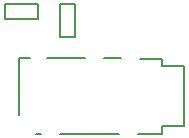
<source format=gto>
G04 #@! TF.FileFunction,Legend,Top*
%FSLAX46Y46*%
G04 Gerber Fmt 4.6, Leading zero omitted, Abs format (unit mm)*
G04 Created by KiCad (PCBNEW 4.0.1-stable) date 2016/01/11 17:04:36*
%MOMM*%
G01*
G04 APERTURE LIST*
%ADD10C,0.100000*%
%ADD11C,0.127000*%
G04 APERTURE END LIST*
D10*
D11*
X132820000Y-87010000D02*
X130915000Y-87010000D01*
X130915000Y-92090000D02*
X132820000Y-92090000D01*
X132820000Y-92090000D02*
X132820000Y-87010000D01*
X130920000Y-86950000D02*
X130920000Y-86375000D01*
X130920000Y-86375000D02*
X129020000Y-86375000D01*
X127420000Y-86350000D02*
X126020000Y-86350000D01*
X124420000Y-86350000D02*
X121220000Y-86350000D01*
X119720000Y-86350000D02*
X118820000Y-86350000D01*
X118820000Y-86350000D02*
X118820000Y-91150000D01*
X120220000Y-92750000D02*
X120720000Y-92750000D01*
X122320000Y-92750000D02*
X127320000Y-92750000D01*
X128920000Y-92750000D02*
X130920000Y-92750000D01*
X130920000Y-92750000D02*
X130920000Y-92050000D01*
X117653000Y-81765000D02*
X120447000Y-81765000D01*
X120447000Y-81765000D02*
X120447000Y-83035000D01*
X120447000Y-83035000D02*
X117653000Y-83035000D01*
X117653000Y-83035000D02*
X117653000Y-81765000D01*
X122265000Y-84547000D02*
X122265000Y-81753000D01*
X122265000Y-81753000D02*
X123535000Y-81753000D01*
X123535000Y-81753000D02*
X123535000Y-84547000D01*
X123535000Y-84547000D02*
X122265000Y-84547000D01*
M02*

</source>
